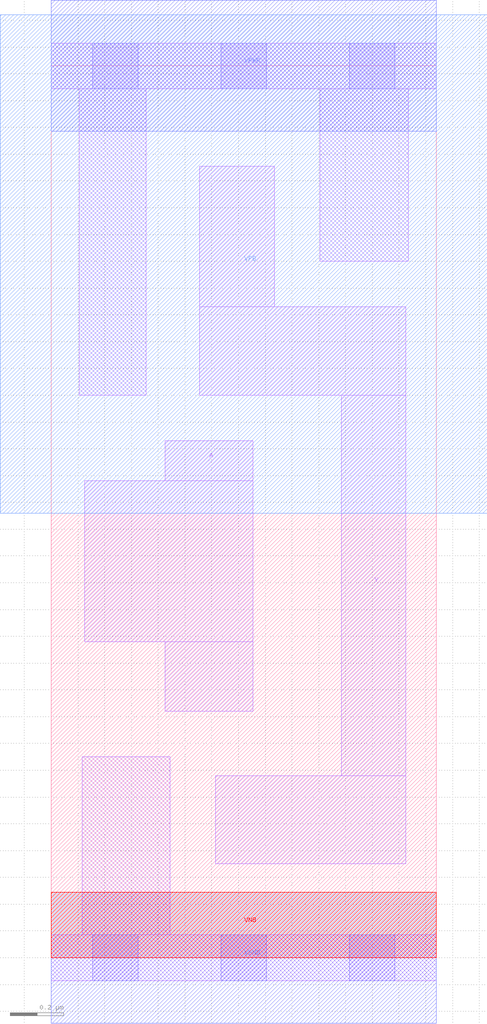
<source format=lef>
# Copyright 2020 The SkyWater PDK Authors
#
# Licensed under the Apache License, Version 2.0 (the "License");
# you may not use this file except in compliance with the License.
# You may obtain a copy of the License at
#
#     https://www.apache.org/licenses/LICENSE-2.0
#
# Unless required by applicable law or agreed to in writing, software
# distributed under the License is distributed on an "AS IS" BASIS,
# WITHOUT WARRANTIES OR CONDITIONS OF ANY KIND, either express or implied.
# See the License for the specific language governing permissions and
# limitations under the License.
#
# SPDX-License-Identifier: Apache-2.0

VERSION 5.7 ;
  NOWIREEXTENSIONATPIN ON ;
  DIVIDERCHAR "/" ;
  BUSBITCHARS "[]" ;
MACRO sky130_fd_sc_ls__clkinv_1
  CLASS CORE ;
  FOREIGN sky130_fd_sc_ls__clkinv_1 ;
  ORIGIN  0.000000  0.000000 ;
  SIZE  1.440000 BY  3.330000 ;
  SYMMETRY X Y ;
  SITE unit ;
  PIN A
    ANTENNAGATEAREA  0.315000 ;
    DIRECTION INPUT ;
    USE SIGNAL ;
    PORT
      LAYER li1 ;
        RECT 0.125000 1.180000 0.755000 1.780000 ;
        RECT 0.425000 0.920000 0.755000 1.180000 ;
        RECT 0.425000 1.780000 0.755000 1.930000 ;
    END
  END A
  PIN VNB
    PORT
      LAYER pwell ;
        RECT 0.000000 0.000000 1.440000 0.245000 ;
    END
  END VNB
  PIN VPB
    PORT
      LAYER nwell ;
        RECT -0.190000 1.660000 1.630000 3.520000 ;
    END
  END VPB
  PIN Y
    ANTENNADIFFAREA  0.477350 ;
    DIRECTION OUTPUT ;
    USE SIGNAL ;
    PORT
      LAYER li1 ;
        RECT 0.555000 2.100000 1.325000 2.430000 ;
        RECT 0.555000 2.430000 0.835000 2.955000 ;
        RECT 0.615000 0.350000 1.325000 0.680000 ;
        RECT 1.085000 0.680000 1.325000 2.100000 ;
    END
  END Y
  PIN VGND
    DIRECTION INOUT ;
    SHAPE ABUTMENT ;
    USE GROUND ;
    PORT
      LAYER met1 ;
        RECT 0.000000 -0.245000 1.440000 0.245000 ;
    END
  END VGND
  PIN VPWR
    DIRECTION INOUT ;
    SHAPE ABUTMENT ;
    USE POWER ;
    PORT
      LAYER met1 ;
        RECT 0.000000 3.085000 1.440000 3.575000 ;
    END
  END VPWR
  OBS
    LAYER li1 ;
      RECT 0.000000 -0.085000 1.440000 0.085000 ;
      RECT 0.000000  3.245000 1.440000 3.415000 ;
      RECT 0.105000  2.100000 0.355000 3.245000 ;
      RECT 0.115000  0.085000 0.445000 0.750000 ;
      RECT 1.005000  2.600000 1.335000 3.245000 ;
    LAYER mcon ;
      RECT 0.155000 -0.085000 0.325000 0.085000 ;
      RECT 0.155000  3.245000 0.325000 3.415000 ;
      RECT 0.635000 -0.085000 0.805000 0.085000 ;
      RECT 0.635000  3.245000 0.805000 3.415000 ;
      RECT 1.115000 -0.085000 1.285000 0.085000 ;
      RECT 1.115000  3.245000 1.285000 3.415000 ;
  END
END sky130_fd_sc_ls__clkinv_1
END LIBRARY

</source>
